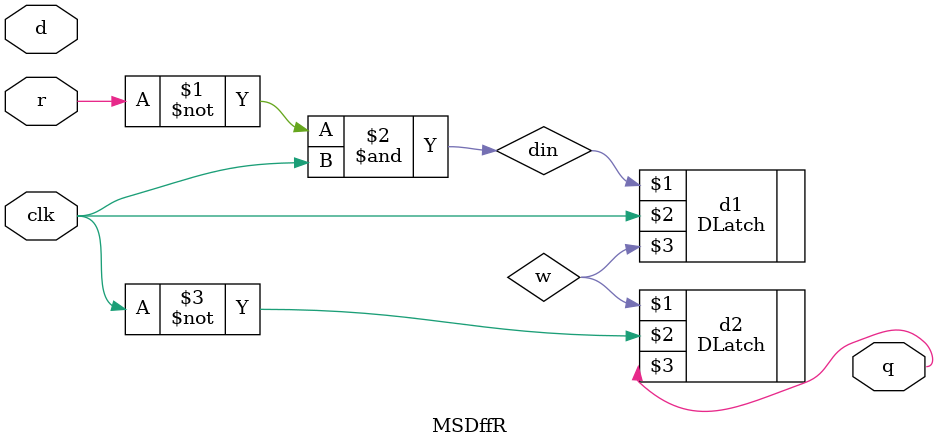
<source format=v>
`timescale 1ns/1ns
module MSDffR(input d , r , clk , output q);
    wire din , w;
    and A1(din , ~r , clk);
    DLatch d1(din , clk , w);
    DLatch d2(w , ~clk , q);
endmodule


</source>
